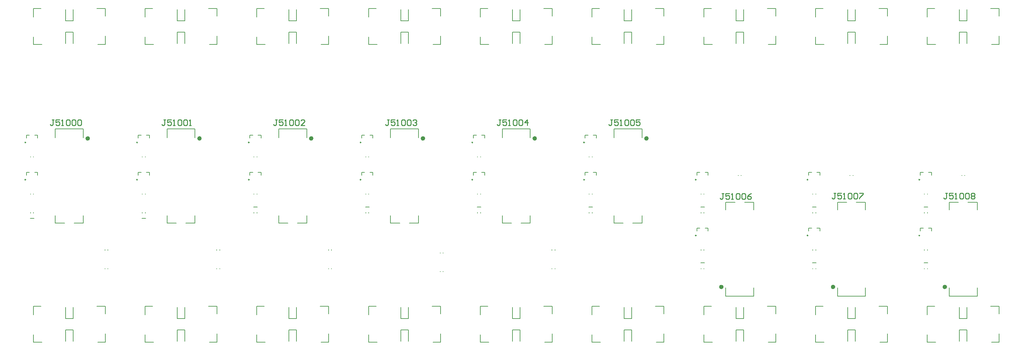
<source format=gto>
%FSLAX43Y43*%
%MOMM*%
G71*
G01*
G75*
G04 Layer_Color=65535*
%ADD10R,0.600X1.550*%
%ADD11R,1.000X0.900*%
%ADD12R,0.600X1.300*%
%ADD13C,1.800*%
%ADD14R,1.800X1.800*%
%ADD15R,1.050X1.050*%
%ADD16C,1.050*%
%ADD17C,2.050*%
%ADD18C,8.000*%
%ADD19C,0.250*%
%ADD20C,0.600*%
%ADD21C,0.200*%
%ADD22C,0.254*%
D19*
X208325Y48875D02*
G03*
X208325Y48875I-125J0D01*
G01*
X238325D02*
G03*
X238325Y48875I-125J0D01*
G01*
X268325D02*
G03*
X268325Y48875I-125J0D01*
G01*
X178325Y58875D02*
G03*
X178325Y58875I-125J0D01*
G01*
X118325D02*
G03*
X118325Y58875I-125J0D01*
G01*
X148325D02*
G03*
X148325Y58875I-125J0D01*
G01*
X28325D02*
G03*
X28325Y58875I-125J0D01*
G01*
X58325D02*
G03*
X58325Y58875I-125J0D01*
G01*
X88325D02*
G03*
X88325Y58875I-125J0D01*
G01*
Y48875D02*
G03*
X88325Y48875I-125J0D01*
G01*
X28325D02*
G03*
X28325Y48875I-125J0D01*
G01*
X58325D02*
G03*
X58325Y48875I-125J0D01*
G01*
X178325D02*
G03*
X178325Y48875I-125J0D01*
G01*
X118325D02*
G03*
X118325Y48875I-125J0D01*
G01*
X148325D02*
G03*
X148325Y48875I-125J0D01*
G01*
X238325Y33875D02*
G03*
X238325Y33875I-125J0D01*
G01*
X268325D02*
G03*
X268325Y33875I-125J0D01*
G01*
X208325D02*
G03*
X208325Y33875I-125J0D01*
G01*
D20*
X45248Y59952D02*
G03*
X45248Y59952I-300J0D01*
G01*
X75248D02*
G03*
X75248Y59952I-300J0D01*
G01*
X105248D02*
G03*
X105248Y59952I-300J0D01*
G01*
X135248D02*
G03*
X135248Y59952I-300J0D01*
G01*
X165248D02*
G03*
X165248Y59952I-300J0D01*
G01*
X195248D02*
G03*
X195248Y59952I-300J0D01*
G01*
X215352Y20048D02*
G03*
X215352Y20048I-300J0D01*
G01*
X245352D02*
G03*
X245352Y20048I-300J0D01*
G01*
X275352D02*
G03*
X275352Y20048I-300J0D01*
G01*
D21*
X210700Y50850D02*
X211500D01*
Y50050D02*
Y50850D01*
X208500D02*
X209300D01*
X208500Y50050D02*
Y50850D01*
X240700D02*
X241500D01*
Y50050D02*
Y50850D01*
X238500D02*
X239300D01*
X238500Y50050D02*
Y50850D01*
X270700D02*
X271500D01*
Y50050D02*
Y50850D01*
X268500D02*
X269300D01*
X268500Y50050D02*
Y50850D01*
X180700Y60850D02*
X181500D01*
Y60050D02*
Y60850D01*
X178500D02*
X179300D01*
X178500Y60050D02*
Y60850D01*
X120700D02*
X121500D01*
Y60050D02*
Y60850D01*
X118500D02*
X119300D01*
X118500Y60050D02*
Y60850D01*
X150700D02*
X151500D01*
Y60050D02*
Y60850D01*
X148500D02*
X149300D01*
X148500Y60050D02*
Y60850D01*
X30700D02*
X31500D01*
Y60050D02*
Y60850D01*
X28500D02*
X29300D01*
X28500Y60050D02*
Y60850D01*
X60700D02*
X61500D01*
Y60050D02*
Y60850D01*
X58500D02*
X59300D01*
X58500Y60050D02*
Y60850D01*
X90700D02*
X91500D01*
Y60050D02*
Y60850D01*
X88500D02*
X89300D01*
X88500Y60050D02*
Y60850D01*
X90400Y39950D02*
Y40050D01*
X89600Y39950D02*
Y40050D01*
X89492Y41524D02*
X90508D01*
X210400Y39950D02*
Y40050D01*
X209600Y39950D02*
Y40050D01*
X209492Y41524D02*
X210508D01*
X240400Y39950D02*
Y40050D01*
X239600Y39950D02*
Y40050D01*
X239492Y41524D02*
X240508D01*
X270400Y39950D02*
Y40050D01*
X269600Y39950D02*
Y40050D01*
X269492Y41524D02*
X270508D01*
X29600Y39950D02*
Y40050D01*
X30400Y39950D02*
Y40050D01*
X29492Y38476D02*
X30508D01*
X59600Y39950D02*
Y40050D01*
X60400Y39950D02*
Y40050D01*
X59492Y38476D02*
X60508D01*
X180400Y39950D02*
Y40050D01*
X179600Y39950D02*
Y40050D01*
X179492Y41524D02*
X180508D01*
X120400Y39950D02*
Y40050D01*
X119600Y39950D02*
Y40050D01*
X119492Y41524D02*
X120508D01*
X150400Y39950D02*
Y40050D01*
X149600Y39950D02*
Y40050D01*
X149492Y41524D02*
X150508D01*
X240400Y24950D02*
Y25050D01*
X239600Y24950D02*
Y25050D01*
X239492Y26524D02*
X240508D01*
X270400Y24950D02*
Y25050D01*
X269600Y24950D02*
Y25050D01*
X269492Y26524D02*
X270508D01*
X210400Y24950D02*
Y25050D01*
X209600Y24950D02*
Y25050D01*
X209492Y26524D02*
X210508D01*
X36245Y62475D02*
X43745D01*
Y60160D02*
Y62475D01*
Y37225D02*
Y39205D01*
X36245Y60160D02*
Y62475D01*
Y37225D02*
Y39205D01*
Y37225D02*
X38725D01*
X41265D02*
X43745D01*
X66245Y62475D02*
X73745D01*
Y60160D02*
Y62475D01*
Y37225D02*
Y39205D01*
X66245Y60160D02*
Y62475D01*
Y37225D02*
Y39205D01*
Y37225D02*
X68725D01*
X71265D02*
X73745D01*
X96245Y62475D02*
X103745D01*
Y60160D02*
Y62475D01*
Y37225D02*
Y39205D01*
X96245Y60160D02*
Y62475D01*
Y37225D02*
Y39205D01*
Y37225D02*
X98725D01*
X101265D02*
X103745D01*
X126245Y62475D02*
X133745D01*
Y60160D02*
Y62475D01*
Y37225D02*
Y39205D01*
X126245Y60160D02*
Y62475D01*
Y37225D02*
Y39205D01*
Y37225D02*
X128725D01*
X131265D02*
X133745D01*
X156245Y62475D02*
X163745D01*
Y60160D02*
Y62475D01*
Y37225D02*
Y39205D01*
X156245Y60160D02*
Y62475D01*
Y37225D02*
Y39205D01*
Y37225D02*
X158725D01*
X161265D02*
X163745D01*
X186245Y62475D02*
X193745D01*
Y60160D02*
Y62475D01*
Y37225D02*
Y39205D01*
X186245Y60160D02*
Y62475D01*
Y37225D02*
Y39205D01*
Y37225D02*
X188725D01*
X191265D02*
X193745D01*
X216255Y17525D02*
X223755D01*
X216255D02*
Y19840D01*
Y40795D02*
Y42775D01*
X223755Y17525D02*
Y19840D01*
Y40795D02*
Y42775D01*
X221275D02*
X223755D01*
X216255D02*
X218735D01*
X246255Y17525D02*
X253755D01*
X246255D02*
Y19840D01*
Y40795D02*
Y42775D01*
X253755Y17525D02*
Y19840D01*
Y40795D02*
Y42775D01*
X251275D02*
X253755D01*
X246255D02*
X248735D01*
X276255Y17525D02*
X283755D01*
X276255D02*
Y19840D01*
Y40795D02*
Y42775D01*
X283755Y17525D02*
Y19840D01*
Y40795D02*
Y42775D01*
X281275D02*
X283755D01*
X276255D02*
X278735D01*
X50400Y29950D02*
Y30050D01*
X49600Y29950D02*
Y30050D01*
X50400Y24950D02*
Y25050D01*
X49600Y24950D02*
Y25050D01*
X30400Y54950D02*
Y55050D01*
X29600Y54950D02*
Y55050D01*
X60400Y54950D02*
Y55050D01*
X59600Y54950D02*
Y55050D01*
X90400Y54950D02*
Y55050D01*
X89600Y54950D02*
Y55050D01*
X80400Y29950D02*
Y30050D01*
X79600Y29950D02*
Y30050D01*
X80400Y24950D02*
Y25050D01*
X79600Y24950D02*
Y25050D01*
X90400Y44950D02*
Y45050D01*
X89600Y44950D02*
Y45050D01*
X30400Y44950D02*
Y45050D01*
X29600Y44950D02*
Y45050D01*
X60400Y44950D02*
Y45050D01*
X59600Y44950D02*
Y45050D01*
X110400Y29950D02*
Y30050D01*
X109600Y29950D02*
Y30050D01*
X110400Y24950D02*
Y25050D01*
X109600Y24950D02*
Y25050D01*
X120400Y54950D02*
Y55050D01*
X119600Y54950D02*
Y55050D01*
X150400Y54950D02*
Y55050D01*
X149600Y54950D02*
Y55050D01*
X180400Y54950D02*
Y55050D01*
X179600Y54950D02*
Y55050D01*
X140400Y29150D02*
Y29250D01*
X139600Y29150D02*
Y29250D01*
X140400Y24150D02*
Y24250D01*
X139600Y24150D02*
Y24250D01*
X170400Y29950D02*
Y30050D01*
X169600Y29950D02*
Y30050D01*
X180400Y44950D02*
Y45050D01*
X179600Y44950D02*
Y45050D01*
X120400Y44950D02*
Y45050D01*
X119600Y44950D02*
Y45050D01*
X150400Y44950D02*
Y45050D01*
X149600Y44950D02*
Y45050D01*
X170400Y24950D02*
Y25050D01*
X169600Y24950D02*
Y25050D01*
X240400Y44950D02*
Y45050D01*
X239600Y44950D02*
Y45050D01*
X270400Y44950D02*
Y45050D01*
X269600Y44950D02*
Y45050D01*
X210400Y44950D02*
Y45050D01*
X209600Y44950D02*
Y45050D01*
X240400Y29950D02*
Y30050D01*
X239600Y29950D02*
Y30050D01*
X270400Y29950D02*
Y30050D01*
X269600Y29950D02*
Y30050D01*
X210400Y29950D02*
Y30050D01*
X209600Y29950D02*
Y30050D01*
X220400Y49950D02*
Y50050D01*
X219600Y49950D02*
Y50050D01*
X250400Y49950D02*
Y50050D01*
X249600Y49950D02*
Y50050D01*
X280400Y49950D02*
Y50050D01*
X279600Y49950D02*
Y50050D01*
X161016Y5428D02*
Y8476D01*
X158984D02*
X161016D01*
X158984Y5428D02*
Y8476D01*
X161016Y11524D02*
Y14572D01*
X158984Y11524D02*
X161016D01*
X158984D02*
Y14572D01*
X150348Y5174D02*
Y7206D01*
Y5174D02*
X152634D01*
X169652Y12794D02*
Y14826D01*
X167366D02*
X169652D01*
X150348D02*
X152380D01*
X150348Y12540D02*
Y14826D01*
X169652Y5174D02*
Y7460D01*
X167620Y5174D02*
X169652D01*
X191016Y85428D02*
Y88476D01*
X188984D02*
X191016D01*
X188984Y85428D02*
Y88476D01*
X191016Y91524D02*
Y94572D01*
X188984Y91524D02*
X191016D01*
X188984D02*
Y94572D01*
X180348Y85174D02*
Y87206D01*
Y85174D02*
X182634D01*
X199652Y92794D02*
Y94826D01*
X197366D02*
X199652D01*
X180348D02*
X182380D01*
X180348Y92540D02*
Y94826D01*
X199652Y85174D02*
Y87460D01*
X197620Y85174D02*
X199652D01*
X191016Y5428D02*
Y8476D01*
X188984D02*
X191016D01*
X188984Y5428D02*
Y8476D01*
X191016Y11524D02*
Y14572D01*
X188984Y11524D02*
X191016D01*
X188984D02*
Y14572D01*
X180348Y5174D02*
Y7206D01*
Y5174D02*
X182634D01*
X199652Y12794D02*
Y14826D01*
X197366D02*
X199652D01*
X180348D02*
X182380D01*
X180348Y12540D02*
Y14826D01*
X199652Y5174D02*
Y7460D01*
X197620Y5174D02*
X199652D01*
X221016Y85428D02*
Y88476D01*
X218984D02*
X221016D01*
X218984Y85428D02*
Y88476D01*
X221016Y91524D02*
Y94572D01*
X218984Y91524D02*
X221016D01*
X218984D02*
Y94572D01*
X210348Y85174D02*
Y87206D01*
Y85174D02*
X212634D01*
X229652Y92794D02*
Y94826D01*
X227366D02*
X229652D01*
X210348D02*
X212380D01*
X210348Y92540D02*
Y94826D01*
X229652Y85174D02*
Y87460D01*
X227620Y85174D02*
X229652D01*
X221016Y5428D02*
Y8476D01*
X218984D02*
X221016D01*
X218984Y5428D02*
Y8476D01*
X221016Y11524D02*
Y14572D01*
X218984Y11524D02*
X221016D01*
X218984D02*
Y14572D01*
X210348Y5174D02*
Y7206D01*
Y5174D02*
X212634D01*
X229652Y12794D02*
Y14826D01*
X227366D02*
X229652D01*
X210348D02*
X212380D01*
X210348Y12540D02*
Y14826D01*
X229652Y5174D02*
Y7460D01*
X227620Y5174D02*
X229652D01*
X251016Y85428D02*
Y88476D01*
X248984D02*
X251016D01*
X248984Y85428D02*
Y88476D01*
X251016Y91524D02*
Y94572D01*
X248984Y91524D02*
X251016D01*
X248984D02*
Y94572D01*
X240348Y85174D02*
Y87206D01*
Y85174D02*
X242634D01*
X259652Y92794D02*
Y94826D01*
X257366D02*
X259652D01*
X240348D02*
X242380D01*
X240348Y92540D02*
Y94826D01*
X259652Y85174D02*
Y87460D01*
X257620Y85174D02*
X259652D01*
X251016Y5428D02*
Y8476D01*
X248984D02*
X251016D01*
X248984Y5428D02*
Y8476D01*
X251016Y11524D02*
Y14572D01*
X248984Y11524D02*
X251016D01*
X248984D02*
Y14572D01*
X240348Y5174D02*
Y7206D01*
Y5174D02*
X242634D01*
X259652Y12794D02*
Y14826D01*
X257366D02*
X259652D01*
X240348D02*
X242380D01*
X240348Y12540D02*
Y14826D01*
X259652Y5174D02*
Y7460D01*
X257620Y5174D02*
X259652D01*
X281016Y85428D02*
Y88476D01*
X278984D02*
X281016D01*
X278984Y85428D02*
Y88476D01*
X281016Y91524D02*
Y94572D01*
X278984Y91524D02*
X281016D01*
X278984D02*
Y94572D01*
X270348Y85174D02*
Y87206D01*
Y85174D02*
X272634D01*
X289652Y92794D02*
Y94826D01*
X287366D02*
X289652D01*
X270348D02*
X272380D01*
X270348Y92540D02*
Y94826D01*
X289652Y85174D02*
Y87460D01*
X287620Y85174D02*
X289652D01*
X281016Y5428D02*
Y8476D01*
X278984D02*
X281016D01*
X278984Y5428D02*
Y8476D01*
X281016Y11524D02*
Y14572D01*
X278984Y11524D02*
X281016D01*
X278984D02*
Y14572D01*
X270348Y5174D02*
Y7206D01*
Y5174D02*
X272634D01*
X289652Y12794D02*
Y14826D01*
X287366D02*
X289652D01*
X270348D02*
X272380D01*
X270348Y12540D02*
Y14826D01*
X289652Y5174D02*
Y7460D01*
X287620Y5174D02*
X289652D01*
X41016Y85428D02*
Y88476D01*
X38984D02*
X41016D01*
X38984Y85428D02*
Y88476D01*
X41016Y91524D02*
Y94572D01*
X38984Y91524D02*
X41016D01*
X38984D02*
Y94572D01*
X30348Y85174D02*
Y87206D01*
Y85174D02*
X32634D01*
X49652Y92794D02*
Y94826D01*
X47366D02*
X49652D01*
X30348D02*
X32380D01*
X30348Y92540D02*
Y94826D01*
X49652Y85174D02*
Y87460D01*
X47620Y85174D02*
X49652D01*
X41016Y5428D02*
Y8476D01*
X38984D02*
X41016D01*
X38984Y5428D02*
Y8476D01*
X41016Y11524D02*
Y14572D01*
X38984Y11524D02*
X41016D01*
X38984D02*
Y14572D01*
X30348Y5174D02*
Y7206D01*
Y5174D02*
X32634D01*
X49652Y12794D02*
Y14826D01*
X47366D02*
X49652D01*
X30348D02*
X32380D01*
X30348Y12540D02*
Y14826D01*
X49652Y5174D02*
Y7460D01*
X47620Y5174D02*
X49652D01*
X71016Y85428D02*
Y88476D01*
X68984D02*
X71016D01*
X68984Y85428D02*
Y88476D01*
X71016Y91524D02*
Y94572D01*
X68984Y91524D02*
X71016D01*
X68984D02*
Y94572D01*
X60348Y85174D02*
Y87206D01*
Y85174D02*
X62634D01*
X79652Y92794D02*
Y94826D01*
X77366D02*
X79652D01*
X60348D02*
X62380D01*
X60348Y92540D02*
Y94826D01*
X79652Y85174D02*
Y87460D01*
X77620Y85174D02*
X79652D01*
X71016Y5428D02*
Y8476D01*
X68984D02*
X71016D01*
X68984Y5428D02*
Y8476D01*
X71016Y11524D02*
Y14572D01*
X68984Y11524D02*
X71016D01*
X68984D02*
Y14572D01*
X60348Y5174D02*
Y7206D01*
Y5174D02*
X62634D01*
X79652Y12794D02*
Y14826D01*
X77366D02*
X79652D01*
X60348D02*
X62380D01*
X60348Y12540D02*
Y14826D01*
X79652Y5174D02*
Y7460D01*
X77620Y5174D02*
X79652D01*
X101016Y85428D02*
Y88476D01*
X98984D02*
X101016D01*
X98984Y85428D02*
Y88476D01*
X101016Y91524D02*
Y94572D01*
X98984Y91524D02*
X101016D01*
X98984D02*
Y94572D01*
X90348Y85174D02*
Y87206D01*
Y85174D02*
X92634D01*
X109652Y92794D02*
Y94826D01*
X107366D02*
X109652D01*
X90348D02*
X92380D01*
X90348Y92540D02*
Y94826D01*
X109652Y85174D02*
Y87460D01*
X107620Y85174D02*
X109652D01*
X101016Y5428D02*
Y8476D01*
X98984D02*
X101016D01*
X98984Y5428D02*
Y8476D01*
X101016Y11524D02*
Y14572D01*
X98984Y11524D02*
X101016D01*
X98984D02*
Y14572D01*
X90348Y5174D02*
Y7206D01*
Y5174D02*
X92634D01*
X109652Y12794D02*
Y14826D01*
X107366D02*
X109652D01*
X90348D02*
X92380D01*
X90348Y12540D02*
Y14826D01*
X109652Y5174D02*
Y7460D01*
X107620Y5174D02*
X109652D01*
X131016Y85428D02*
Y88476D01*
X128984D02*
X131016D01*
X128984Y85428D02*
Y88476D01*
X131016Y91524D02*
Y94572D01*
X128984Y91524D02*
X131016D01*
X128984D02*
Y94572D01*
X120348Y85174D02*
Y87206D01*
Y85174D02*
X122634D01*
X139652Y92794D02*
Y94826D01*
X137366D02*
X139652D01*
X120348D02*
X122380D01*
X120348Y92540D02*
Y94826D01*
X139652Y85174D02*
Y87460D01*
X137620Y85174D02*
X139652D01*
X131016Y5428D02*
Y8476D01*
X128984D02*
X131016D01*
X128984Y5428D02*
Y8476D01*
X131016Y11524D02*
Y14572D01*
X128984Y11524D02*
X131016D01*
X128984D02*
Y14572D01*
X120348Y5174D02*
Y7206D01*
Y5174D02*
X122634D01*
X139652Y12794D02*
Y14826D01*
X137366D02*
X139652D01*
X120348D02*
X122380D01*
X120348Y12540D02*
Y14826D01*
X139652Y5174D02*
Y7460D01*
X137620Y5174D02*
X139652D01*
X161016Y85428D02*
Y88476D01*
X158984D02*
X161016D01*
X158984Y85428D02*
Y88476D01*
X161016Y91524D02*
Y94572D01*
X158984Y91524D02*
X161016D01*
X158984D02*
Y94572D01*
X150348Y85174D02*
Y87206D01*
Y85174D02*
X152634D01*
X169652Y92794D02*
Y94826D01*
X167366D02*
X169652D01*
X150348D02*
X152380D01*
X150348Y92540D02*
Y94826D01*
X169652Y85174D02*
Y87460D01*
X167620Y85174D02*
X169652D01*
X90700Y50850D02*
X91500D01*
Y50050D02*
Y50850D01*
X88500D02*
X89300D01*
X88500Y50050D02*
Y50850D01*
X30700D02*
X31500D01*
Y50050D02*
Y50850D01*
X28500D02*
X29300D01*
X28500Y50050D02*
Y50850D01*
X60700D02*
X61500D01*
Y50050D02*
Y50850D01*
X58500D02*
X59300D01*
X58500Y50050D02*
Y50850D01*
X180700D02*
X181500D01*
Y50050D02*
Y50850D01*
X178500D02*
X179300D01*
X178500Y50050D02*
Y50850D01*
X120700D02*
X121500D01*
Y50050D02*
Y50850D01*
X118500D02*
X119300D01*
X118500Y50050D02*
Y50850D01*
X150700D02*
X151500D01*
Y50050D02*
Y50850D01*
X148500D02*
X149300D01*
X148500Y50050D02*
Y50850D01*
X240700Y35850D02*
X241500D01*
Y35050D02*
Y35850D01*
X238500D02*
X239300D01*
X238500Y35050D02*
Y35850D01*
X270700D02*
X271500D01*
Y35050D02*
Y35850D01*
X268500D02*
X269300D01*
X268500Y35050D02*
Y35850D01*
X210700D02*
X211500D01*
Y35050D02*
Y35850D01*
X208500D02*
X209300D01*
X208500Y35050D02*
Y35850D01*
D22*
X35857Y64947D02*
X35349D01*
X35603D01*
Y63678D01*
X35349Y63424D01*
X35095D01*
X34841Y63678D01*
X37380Y64947D02*
X36365D01*
Y64186D01*
X36873Y64439D01*
X37126D01*
X37380Y64186D01*
Y63678D01*
X37126Y63424D01*
X36619D01*
X36365Y63678D01*
X37888Y63424D02*
X38396D01*
X38142D01*
Y64947D01*
X37888Y64693D01*
X39158D02*
X39412Y64947D01*
X39920D01*
X40173Y64693D01*
Y63678D01*
X39920Y63424D01*
X39412D01*
X39158Y63678D01*
Y64693D01*
X40681D02*
X40935Y64947D01*
X41443D01*
X41697Y64693D01*
Y63678D01*
X41443Y63424D01*
X40935D01*
X40681Y63678D01*
Y64693D01*
X42205D02*
X42459Y64947D01*
X42967D01*
X43220Y64693D01*
Y63678D01*
X42967Y63424D01*
X42459D01*
X42205Y63678D01*
Y64693D01*
X65872Y64947D02*
X65364D01*
X65618D01*
Y63678D01*
X65364Y63424D01*
X65110D01*
X64856Y63678D01*
X67396Y64947D02*
X66380D01*
Y64186D01*
X66888Y64439D01*
X67142D01*
X67396Y64186D01*
Y63678D01*
X67142Y63424D01*
X66634D01*
X66380Y63678D01*
X67903Y63424D02*
X68411D01*
X68157D01*
Y64947D01*
X67903Y64693D01*
X69173D02*
X69427Y64947D01*
X69935D01*
X70189Y64693D01*
Y63678D01*
X69935Y63424D01*
X69427D01*
X69173Y63678D01*
Y64693D01*
X70697D02*
X70950Y64947D01*
X71458D01*
X71712Y64693D01*
Y63678D01*
X71458Y63424D01*
X70950D01*
X70697Y63678D01*
Y64693D01*
X72220Y63424D02*
X72728D01*
X72474D01*
Y64947D01*
X72220Y64693D01*
X95862Y64947D02*
X95354D01*
X95608D01*
Y63678D01*
X95354Y63424D01*
X95100D01*
X94846Y63678D01*
X97385Y64947D02*
X96370D01*
Y64186D01*
X96878Y64439D01*
X97131D01*
X97385Y64186D01*
Y63678D01*
X97131Y63424D01*
X96624D01*
X96370Y63678D01*
X97893Y63424D02*
X98401D01*
X98147D01*
Y64947D01*
X97893Y64693D01*
X99163D02*
X99417Y64947D01*
X99925D01*
X100178Y64693D01*
Y63678D01*
X99925Y63424D01*
X99417D01*
X99163Y63678D01*
Y64693D01*
X100686D02*
X100940Y64947D01*
X101448D01*
X101702Y64693D01*
Y63678D01*
X101448Y63424D01*
X100940D01*
X100686Y63678D01*
Y64693D01*
X103225Y63424D02*
X102210D01*
X103225Y64439D01*
Y64693D01*
X102972Y64947D01*
X102464D01*
X102210Y64693D01*
X125852Y64947D02*
X125344D01*
X125598D01*
Y63678D01*
X125344Y63424D01*
X125090D01*
X124836Y63678D01*
X127375Y64947D02*
X126360D01*
Y64186D01*
X126867Y64439D01*
X127121D01*
X127375Y64186D01*
Y63678D01*
X127121Y63424D01*
X126613D01*
X126360Y63678D01*
X127883Y63424D02*
X128391D01*
X128137D01*
Y64947D01*
X127883Y64693D01*
X129153D02*
X129407Y64947D01*
X129914D01*
X130168Y64693D01*
Y63678D01*
X129914Y63424D01*
X129407D01*
X129153Y63678D01*
Y64693D01*
X130676D02*
X130930Y64947D01*
X131438D01*
X131692Y64693D01*
Y63678D01*
X131438Y63424D01*
X130930D01*
X130676Y63678D01*
Y64693D01*
X132200D02*
X132454Y64947D01*
X132961D01*
X133215Y64693D01*
Y64439D01*
X132961Y64186D01*
X132707D01*
X132961D01*
X133215Y63932D01*
Y63678D01*
X132961Y63424D01*
X132454D01*
X132200Y63678D01*
X155867Y64947D02*
X155359D01*
X155613D01*
Y63678D01*
X155359Y63424D01*
X155105D01*
X154851Y63678D01*
X157390Y64947D02*
X156375D01*
Y64186D01*
X156883Y64439D01*
X157136D01*
X157390Y64186D01*
Y63678D01*
X157136Y63424D01*
X156629D01*
X156375Y63678D01*
X157898Y63424D02*
X158406D01*
X158152D01*
Y64947D01*
X157898Y64693D01*
X159168D02*
X159422Y64947D01*
X159930D01*
X160183Y64693D01*
Y63678D01*
X159930Y63424D01*
X159422D01*
X159168Y63678D01*
Y64693D01*
X160691D02*
X160945Y64947D01*
X161453D01*
X161707Y64693D01*
Y63678D01*
X161453Y63424D01*
X160945D01*
X160691Y63678D01*
Y64693D01*
X162977Y63424D02*
Y64947D01*
X162215Y64186D01*
X163230D01*
X185857Y64947D02*
X185349D01*
X185603D01*
Y63678D01*
X185349Y63424D01*
X185095D01*
X184841Y63678D01*
X187380Y64947D02*
X186365D01*
Y64186D01*
X186872Y64439D01*
X187126D01*
X187380Y64186D01*
Y63678D01*
X187126Y63424D01*
X186618D01*
X186365Y63678D01*
X187888Y63424D02*
X188396D01*
X188142D01*
Y64947D01*
X187888Y64693D01*
X189158D02*
X189412Y64947D01*
X189919D01*
X190173Y64693D01*
Y63678D01*
X189919Y63424D01*
X189412D01*
X189158Y63678D01*
Y64693D01*
X190681D02*
X190935Y64947D01*
X191443D01*
X191697Y64693D01*
Y63678D01*
X191443Y63424D01*
X190935D01*
X190681Y63678D01*
Y64693D01*
X193220Y64947D02*
X192205D01*
Y64186D01*
X192712Y64439D01*
X192966D01*
X193220Y64186D01*
Y63678D01*
X192966Y63424D01*
X192459D01*
X192205Y63678D01*
X215719Y45201D02*
X215212D01*
X215466D01*
Y43932D01*
X215212Y43678D01*
X214958D01*
X214704Y43932D01*
X217243Y45201D02*
X216227D01*
Y44440D01*
X216735Y44693D01*
X216989D01*
X217243Y44440D01*
Y43932D01*
X216989Y43678D01*
X216481D01*
X216227Y43932D01*
X217751Y43678D02*
X218259D01*
X218005D01*
Y45201D01*
X217751Y44947D01*
X219020D02*
X219274Y45201D01*
X219782D01*
X220036Y44947D01*
Y43932D01*
X219782Y43678D01*
X219274D01*
X219020Y43932D01*
Y44947D01*
X220544D02*
X220798Y45201D01*
X221306D01*
X221560Y44947D01*
Y43932D01*
X221306Y43678D01*
X220798D01*
X220544Y43932D01*
Y44947D01*
X223083Y45201D02*
X222575Y44947D01*
X222067Y44440D01*
Y43932D01*
X222321Y43678D01*
X222829D01*
X223083Y43932D01*
Y44186D01*
X222829Y44440D01*
X222067D01*
X245735Y45212D02*
X245227D01*
X245481D01*
Y43942D01*
X245227Y43688D01*
X244973D01*
X244719Y43942D01*
X247258Y45212D02*
X246243D01*
Y44450D01*
X246750Y44704D01*
X247004D01*
X247258Y44450D01*
Y43942D01*
X247004Y43688D01*
X246496D01*
X246243Y43942D01*
X247766Y43688D02*
X248274D01*
X248020D01*
Y45212D01*
X247766Y44958D01*
X249036D02*
X249290Y45212D01*
X249797D01*
X250051Y44958D01*
Y43942D01*
X249797Y43688D01*
X249290D01*
X249036Y43942D01*
Y44958D01*
X250559D02*
X250813Y45212D01*
X251321D01*
X251575Y44958D01*
Y43942D01*
X251321Y43688D01*
X250813D01*
X250559Y43942D01*
Y44958D01*
X252083Y45212D02*
X253098D01*
Y44958D01*
X252083Y43942D01*
Y43688D01*
X275724Y45212D02*
X275217D01*
X275471D01*
Y43942D01*
X275217Y43688D01*
X274963D01*
X274709Y43942D01*
X277248Y45212D02*
X276232D01*
Y44450D01*
X276740Y44704D01*
X276994D01*
X277248Y44450D01*
Y43942D01*
X276994Y43688D01*
X276486D01*
X276232Y43942D01*
X277756Y43688D02*
X278264D01*
X278010D01*
Y45212D01*
X277756Y44958D01*
X279025D02*
X279279Y45212D01*
X279787D01*
X280041Y44958D01*
Y43942D01*
X279787Y43688D01*
X279279D01*
X279025Y43942D01*
Y44958D01*
X280549D02*
X280803Y45212D01*
X281311D01*
X281565Y44958D01*
Y43942D01*
X281311Y43688D01*
X280803D01*
X280549Y43942D01*
Y44958D01*
X282072D02*
X282326Y45212D01*
X282834D01*
X283088Y44958D01*
Y44704D01*
X282834Y44450D01*
X283088Y44196D01*
Y43942D01*
X282834Y43688D01*
X282326D01*
X282072Y43942D01*
Y44196D01*
X282326Y44450D01*
X282072Y44704D01*
Y44958D01*
X282326Y44450D02*
X282834D01*
M02*

</source>
